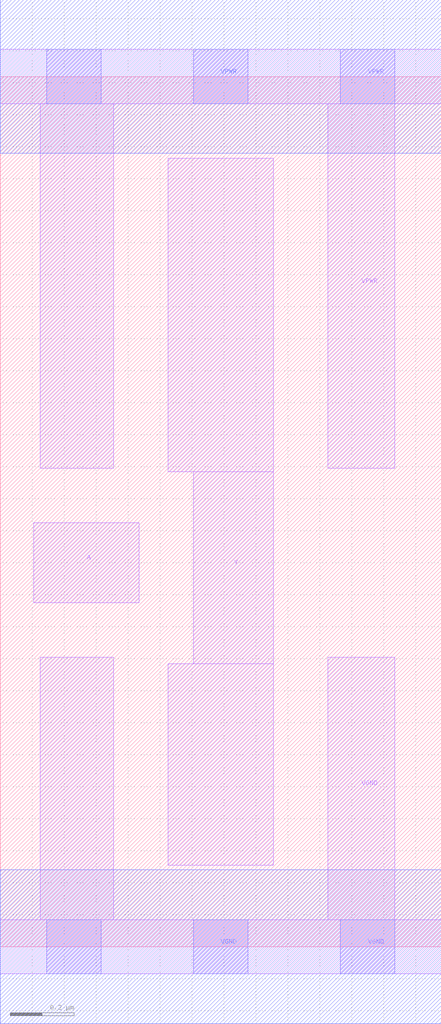
<source format=lef>
# Copyright 2020 The SkyWater PDK Authors
#
# Licensed under the Apache License, Version 2.0 (the "License");
# you may not use this file except in compliance with the License.
# You may obtain a copy of the License at
#
#     https://www.apache.org/licenses/LICENSE-2.0
#
# Unless required by applicable law or agreed to in writing, software
# distributed under the License is distributed on an "AS IS" BASIS,
# WITHOUT WARRANTIES OR CONDITIONS OF ANY KIND, either express or implied.
# See the License for the specific language governing permissions and
# limitations under the License.
#
# SPDX-License-Identifier: Apache-2.0

VERSION 5.7 ;
  NAMESCASESENSITIVE ON ;
  NOWIREEXTENSIONATPIN ON ;
  DIVIDERCHAR "/" ;
  BUSBITCHARS "[]" ;
UNITS
  DATABASE MICRONS 200 ;
END UNITS
MACRO sky130_fd_sc_hd__inv_2
  CLASS CORE ;
  SOURCE USER ;
  FOREIGN sky130_fd_sc_hd__inv_2 ;
  ORIGIN  0.000000  0.000000 ;
  SIZE  1.380000 BY  2.720000 ;
  SYMMETRY X Y R90 ;
  SITE unithd ;
  PIN A
    ANTENNAGATEAREA  0.495000 ;
    DIRECTION INPUT ;
    USE SIGNAL ;
    PORT
      LAYER li1 ;
        RECT 0.105000 1.075000 0.435000 1.325000 ;
    END
  END A
  PIN Y
    ANTENNADIFFAREA  0.445500 ;
    DIRECTION OUTPUT ;
    USE SIGNAL ;
    PORT
      LAYER li1 ;
        RECT 0.525000 0.255000 0.855000 0.885000 ;
        RECT 0.525000 1.485000 0.855000 2.465000 ;
        RECT 0.605000 0.885000 0.855000 1.485000 ;
    END
  END Y
  PIN VGND
    DIRECTION INOUT ;
    SHAPE ABUTMENT ;
    USE GROUND ;
    PORT
      LAYER li1 ;
        RECT 0.000000 -0.085000 1.380000 0.085000 ;
        RECT 0.125000  0.085000 0.355000 0.905000 ;
        RECT 1.025000  0.085000 1.235000 0.905000 ;
      LAYER mcon ;
        RECT 0.145000 -0.085000 0.315000 0.085000 ;
        RECT 0.605000 -0.085000 0.775000 0.085000 ;
        RECT 1.065000 -0.085000 1.235000 0.085000 ;
      LAYER met1 ;
        RECT 0.000000 -0.240000 1.380000 0.240000 ;
    END
  END VGND
  PIN VPWR
    DIRECTION INOUT ;
    SHAPE ABUTMENT ;
    USE POWER ;
    PORT
      LAYER li1 ;
        RECT 0.000000 2.635000 1.380000 2.805000 ;
        RECT 0.125000 1.495000 0.355000 2.635000 ;
        RECT 1.025000 1.495000 1.235000 2.635000 ;
      LAYER mcon ;
        RECT 0.145000 2.635000 0.315000 2.805000 ;
        RECT 0.605000 2.635000 0.775000 2.805000 ;
        RECT 1.065000 2.635000 1.235000 2.805000 ;
      LAYER met1 ;
        RECT 0.000000 2.480000 1.380000 2.960000 ;
    END
  END VPWR
END sky130_fd_sc_hd__inv_2
END LIBRARY

</source>
